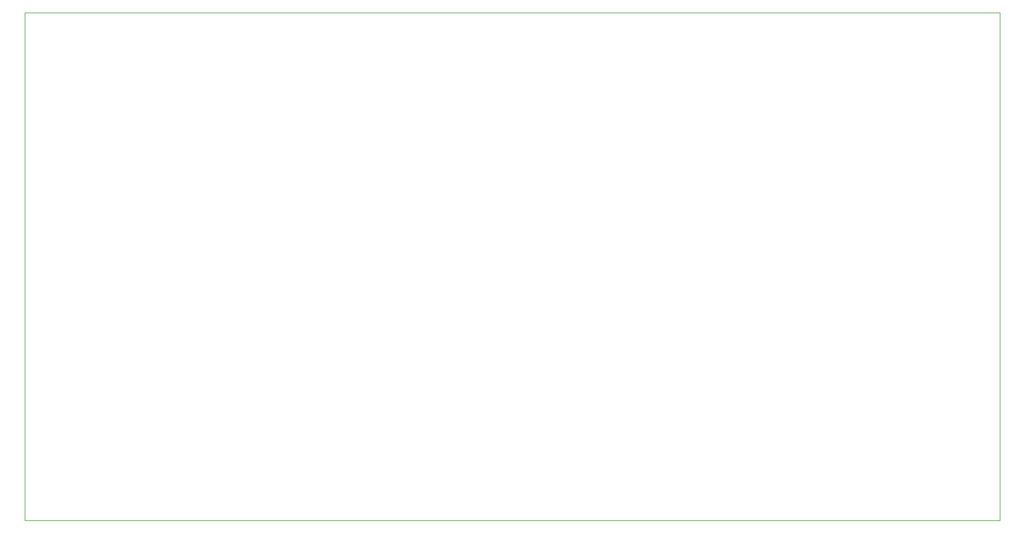
<source format=gko>
G04*
G04 #@! TF.GenerationSoftware,Altium Limited,Altium Designer,20.0.13 (296)*
G04*
G04 Layer_Color=16711935*
%FSLAX24Y24*%
%MOIN*%
G70*
G01*
G75*
%ADD72C,0.0020*%
D72*
X54230Y20996D02*
Y25906D01*
Y20996D02*
X54230Y0D01*
Y-4910D02*
Y0D01*
X-0Y25906D02*
X19990D01*
X49320D01*
X-4910D02*
X-0D01*
X49320D02*
X54230D01*
X0Y-4910D02*
X19990D01*
X49320D01*
X-4910D02*
X0D01*
X49320D02*
X54230D01*
X-4910D02*
Y0D01*
X-4910Y20996D02*
X-4910Y0D01*
X-4910Y20996D02*
Y25906D01*
M02*

</source>
